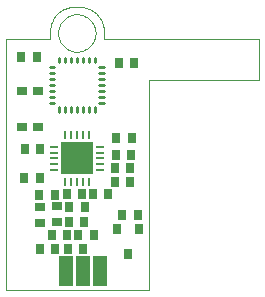
<source format=gtp>
G75*
%MOIN*%
%OFA0B0*%
%FSLAX24Y24*%
%IPPOS*%
%LPD*%
%AMOC8*
5,1,8,0,0,1.08239X$1,22.5*
%
%ADD10C,0.0000*%
%ADD11R,0.1063X0.1063*%
%ADD12R,0.0276X0.0098*%
%ADD13R,0.0098X0.0276*%
%ADD14R,0.0276X0.0354*%
%ADD15R,0.0354X0.0276*%
%ADD16R,0.0343X0.0307*%
%ADD17R,0.0500X0.1000*%
%ADD18R,0.0315X0.0354*%
%ADD19C,0.0089*%
D10*
X007150Y007500D02*
X007150Y015875D01*
X008619Y015875D01*
X008619Y016168D01*
X008619Y016169D02*
X008622Y016222D01*
X008629Y016275D01*
X008639Y016328D01*
X008652Y016380D01*
X008670Y016431D01*
X008690Y016480D01*
X008714Y016528D01*
X008742Y016574D01*
X008772Y016618D01*
X008805Y016660D01*
X008841Y016700D01*
X008880Y016737D01*
X008921Y016772D01*
X008964Y016803D01*
X009010Y016832D01*
X009057Y016857D01*
X009106Y016879D01*
X009156Y016898D01*
X009207Y016913D01*
X009260Y016925D01*
X009313Y016933D01*
X009366Y016937D01*
X009420Y016938D01*
X009419Y016938D02*
X009556Y016938D01*
X009555Y016938D02*
X009612Y016937D01*
X009668Y016932D01*
X009724Y016924D01*
X009780Y016911D01*
X009834Y016895D01*
X009887Y016875D01*
X009938Y016852D01*
X009988Y016825D01*
X010036Y016795D01*
X010082Y016762D01*
X010125Y016725D01*
X010166Y016686D01*
X010204Y016644D01*
X010239Y016600D01*
X010271Y016553D01*
X010300Y016504D01*
X010325Y016454D01*
X010347Y016401D01*
X010365Y016348D01*
X010379Y016293D01*
X010390Y016237D01*
X010397Y016181D01*
X010400Y016125D01*
X010400Y016124D02*
X010400Y015875D01*
X015584Y015875D01*
X015584Y014503D01*
X011900Y014503D01*
X011900Y014250D01*
X011898Y007500D01*
X007150Y007500D01*
X008875Y016064D02*
X008877Y016114D01*
X008883Y016163D01*
X008893Y016212D01*
X008906Y016259D01*
X008924Y016306D01*
X008945Y016351D01*
X008969Y016394D01*
X008997Y016435D01*
X009028Y016474D01*
X009062Y016510D01*
X009099Y016544D01*
X009139Y016574D01*
X009180Y016601D01*
X009224Y016625D01*
X009269Y016645D01*
X009316Y016661D01*
X009364Y016674D01*
X009413Y016683D01*
X009463Y016688D01*
X009512Y016689D01*
X009562Y016686D01*
X009611Y016679D01*
X009660Y016668D01*
X009707Y016654D01*
X009753Y016635D01*
X009798Y016613D01*
X009841Y016588D01*
X009881Y016559D01*
X009919Y016527D01*
X009955Y016493D01*
X009988Y016455D01*
X010017Y016415D01*
X010043Y016373D01*
X010066Y016329D01*
X010085Y016283D01*
X010101Y016236D01*
X010113Y016187D01*
X010121Y016138D01*
X010125Y016089D01*
X010125Y016039D01*
X010121Y015990D01*
X010113Y015941D01*
X010101Y015892D01*
X010085Y015845D01*
X010066Y015799D01*
X010043Y015755D01*
X010017Y015713D01*
X009988Y015673D01*
X009955Y015635D01*
X009919Y015601D01*
X009881Y015569D01*
X009841Y015540D01*
X009798Y015515D01*
X009753Y015493D01*
X009707Y015474D01*
X009660Y015460D01*
X009611Y015449D01*
X009562Y015442D01*
X009512Y015439D01*
X009463Y015440D01*
X009413Y015445D01*
X009364Y015454D01*
X009316Y015467D01*
X009269Y015483D01*
X009224Y015503D01*
X009180Y015527D01*
X009139Y015554D01*
X009099Y015584D01*
X009062Y015618D01*
X009028Y015654D01*
X008997Y015693D01*
X008969Y015734D01*
X008945Y015777D01*
X008924Y015822D01*
X008906Y015869D01*
X008893Y015916D01*
X008883Y015965D01*
X008877Y016014D01*
X008875Y016064D01*
D11*
X009505Y011883D03*
D12*
X008730Y011883D03*
X008730Y012080D03*
X008730Y012277D03*
X008730Y011686D03*
X008730Y011489D03*
X010281Y011489D03*
X010281Y011686D03*
X010281Y011883D03*
X010281Y012080D03*
X010281Y012277D03*
D13*
X009899Y012658D03*
X009702Y012658D03*
X009505Y012658D03*
X009308Y012658D03*
X009112Y012658D03*
X009112Y011107D03*
X009308Y011107D03*
X009505Y011107D03*
X009702Y011107D03*
X009899Y011107D03*
D14*
X010043Y010708D03*
X009686Y010703D03*
X009767Y010267D03*
X009750Y009778D03*
X009553Y009320D03*
X009176Y009339D03*
X009238Y009778D03*
X009255Y010267D03*
X009174Y010703D03*
X008758Y010675D03*
X008246Y010675D03*
X008259Y011243D03*
X007747Y011243D03*
X007765Y012202D03*
X008276Y012202D03*
X010555Y010708D03*
X010773Y011101D03*
X010776Y011563D03*
X010793Y012008D03*
X011305Y012008D03*
X011288Y011563D03*
X011285Y011101D03*
X011531Y010000D03*
X011019Y010000D03*
X010065Y009320D03*
X009722Y008870D03*
X009210Y008870D03*
X008786Y008873D03*
X008274Y008873D03*
X008664Y009339D03*
X010820Y012576D03*
X011332Y012576D03*
X011402Y015076D03*
X010890Y015076D03*
X008156Y015250D03*
X007644Y015250D03*
D15*
X008280Y010253D03*
X008823Y010282D03*
X008823Y009770D03*
X008280Y009742D03*
D16*
X008216Y012922D03*
X007681Y012922D03*
X007681Y014115D03*
X008216Y014115D03*
D17*
X009145Y008118D03*
X009716Y008123D03*
X010285Y008118D03*
D18*
X011211Y008694D03*
X010837Y009521D03*
X011585Y009521D03*
D19*
X010089Y013432D02*
X010089Y013590D01*
X009892Y013590D02*
X009892Y013432D01*
X009695Y013432D02*
X009695Y013590D01*
X009498Y013590D02*
X009498Y013432D01*
X009302Y013432D02*
X009302Y013590D01*
X009105Y013590D02*
X009105Y013432D01*
X008908Y013432D02*
X008908Y013590D01*
X008750Y013747D02*
X008593Y013747D01*
X008593Y013944D02*
X008750Y013944D01*
X008750Y014141D02*
X008593Y014141D01*
X008593Y014338D02*
X008750Y014338D01*
X008750Y014535D02*
X008593Y014535D01*
X008593Y014732D02*
X008750Y014732D01*
X008750Y014928D02*
X008593Y014928D01*
X008908Y015086D02*
X008908Y015243D01*
X009105Y015243D02*
X009105Y015086D01*
X009302Y015086D02*
X009302Y015243D01*
X009498Y015243D02*
X009498Y015086D01*
X009695Y015086D02*
X009695Y015243D01*
X009892Y015243D02*
X009892Y015086D01*
X010089Y015086D02*
X010089Y015243D01*
X010246Y014928D02*
X010404Y014928D01*
X010404Y014732D02*
X010246Y014732D01*
X010246Y014535D02*
X010404Y014535D01*
X010404Y014338D02*
X010246Y014338D01*
X010246Y014141D02*
X010404Y014141D01*
X010404Y013944D02*
X010246Y013944D01*
X010246Y013747D02*
X010404Y013747D01*
M02*

</source>
